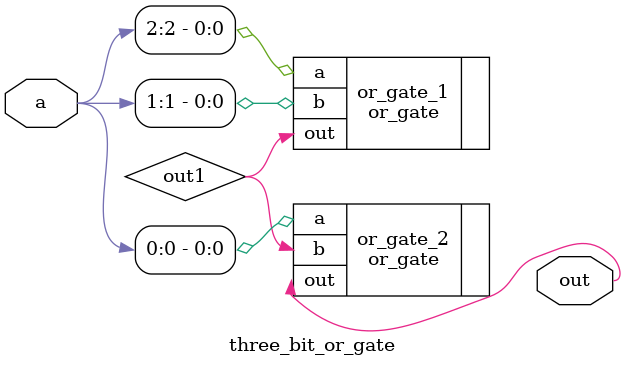
<source format=v>
module three_bit_or_gate (
    input [2:0] a,
    output wire out
);  
    wire out1;
    or_gate or_gate_1(.a(a[2]), .b(a[1]), .out(out1));
    or_gate or_gate_2(.a(a[0]), .b(out1), .out(out));

endmodule
</source>
